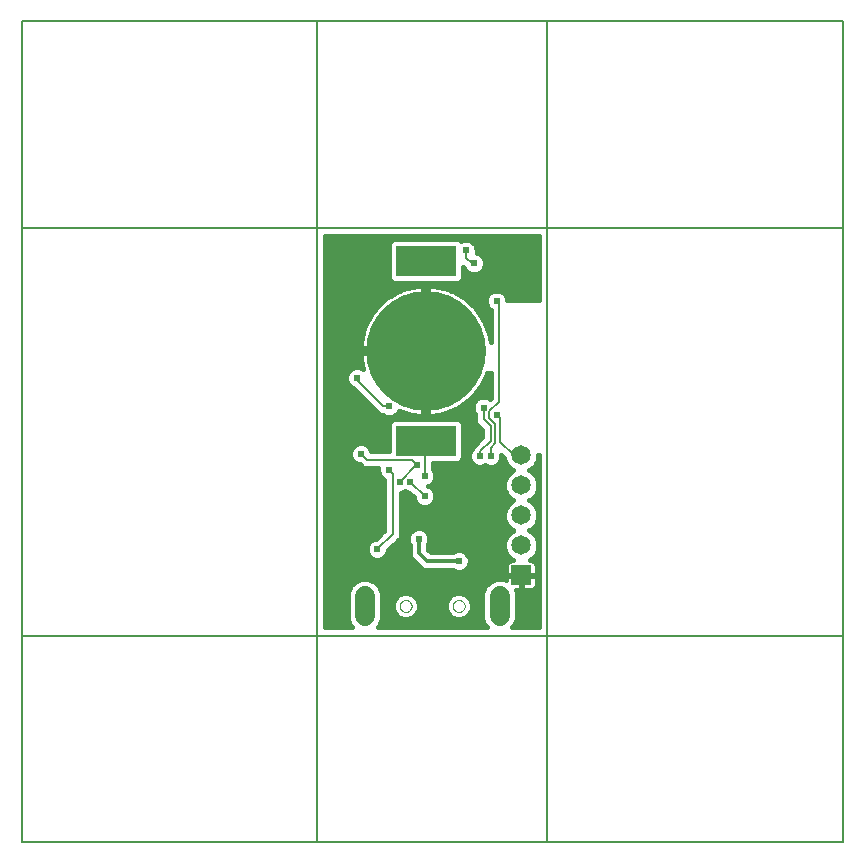
<source format=gbl>
G75*
%MOIN*%
%OFA0B0*%
%FSLAX25Y25*%
%IPPOS*%
%LPD*%
%AMOC8*
5,1,8,0,0,1.08239X$1,22.5*
%
%ADD10C,0.00787*%
%ADD11C,0.06600*%
%ADD12C,0.00000*%
%ADD13C,0.40000*%
%ADD14R,0.20000X0.10000*%
%ADD15R,0.06500X0.06500*%
%ADD16C,0.06500*%
%ADD17C,0.01600*%
%ADD18C,0.02381*%
%ADD19C,0.00800*%
%ADD20C,0.01200*%
D10*
X0001394Y0001394D02*
X0001394Y0275016D01*
X0275016Y0275016D01*
X0275016Y0001394D01*
X0001394Y0001394D01*
X0001394Y0070291D02*
X0275016Y0070291D01*
X0176591Y0001394D02*
X0176591Y0275016D01*
X0099819Y0275016D02*
X0099819Y0001394D01*
X0001394Y0206118D02*
X0275016Y0206118D01*
D11*
X0160646Y0083434D02*
X0160646Y0076834D01*
X0115764Y0076834D02*
X0115764Y0083434D01*
D12*
X0127377Y0080134D02*
X0127379Y0080222D01*
X0127385Y0080310D01*
X0127395Y0080398D01*
X0127409Y0080486D01*
X0127426Y0080572D01*
X0127448Y0080658D01*
X0127473Y0080742D01*
X0127503Y0080826D01*
X0127535Y0080908D01*
X0127572Y0080988D01*
X0127612Y0081067D01*
X0127656Y0081144D01*
X0127703Y0081219D01*
X0127753Y0081291D01*
X0127807Y0081362D01*
X0127863Y0081429D01*
X0127923Y0081495D01*
X0127985Y0081557D01*
X0128051Y0081617D01*
X0128118Y0081673D01*
X0128189Y0081727D01*
X0128261Y0081777D01*
X0128336Y0081824D01*
X0128413Y0081868D01*
X0128492Y0081908D01*
X0128572Y0081945D01*
X0128654Y0081977D01*
X0128738Y0082007D01*
X0128822Y0082032D01*
X0128908Y0082054D01*
X0128994Y0082071D01*
X0129082Y0082085D01*
X0129170Y0082095D01*
X0129258Y0082101D01*
X0129346Y0082103D01*
X0129434Y0082101D01*
X0129522Y0082095D01*
X0129610Y0082085D01*
X0129698Y0082071D01*
X0129784Y0082054D01*
X0129870Y0082032D01*
X0129954Y0082007D01*
X0130038Y0081977D01*
X0130120Y0081945D01*
X0130200Y0081908D01*
X0130279Y0081868D01*
X0130356Y0081824D01*
X0130431Y0081777D01*
X0130503Y0081727D01*
X0130574Y0081673D01*
X0130641Y0081617D01*
X0130707Y0081557D01*
X0130769Y0081495D01*
X0130829Y0081429D01*
X0130885Y0081362D01*
X0130939Y0081291D01*
X0130989Y0081219D01*
X0131036Y0081144D01*
X0131080Y0081067D01*
X0131120Y0080988D01*
X0131157Y0080908D01*
X0131189Y0080826D01*
X0131219Y0080742D01*
X0131244Y0080658D01*
X0131266Y0080572D01*
X0131283Y0080486D01*
X0131297Y0080398D01*
X0131307Y0080310D01*
X0131313Y0080222D01*
X0131315Y0080134D01*
X0131313Y0080046D01*
X0131307Y0079958D01*
X0131297Y0079870D01*
X0131283Y0079782D01*
X0131266Y0079696D01*
X0131244Y0079610D01*
X0131219Y0079526D01*
X0131189Y0079442D01*
X0131157Y0079360D01*
X0131120Y0079280D01*
X0131080Y0079201D01*
X0131036Y0079124D01*
X0130989Y0079049D01*
X0130939Y0078977D01*
X0130885Y0078906D01*
X0130829Y0078839D01*
X0130769Y0078773D01*
X0130707Y0078711D01*
X0130641Y0078651D01*
X0130574Y0078595D01*
X0130503Y0078541D01*
X0130431Y0078491D01*
X0130356Y0078444D01*
X0130279Y0078400D01*
X0130200Y0078360D01*
X0130120Y0078323D01*
X0130038Y0078291D01*
X0129954Y0078261D01*
X0129870Y0078236D01*
X0129784Y0078214D01*
X0129698Y0078197D01*
X0129610Y0078183D01*
X0129522Y0078173D01*
X0129434Y0078167D01*
X0129346Y0078165D01*
X0129258Y0078167D01*
X0129170Y0078173D01*
X0129082Y0078183D01*
X0128994Y0078197D01*
X0128908Y0078214D01*
X0128822Y0078236D01*
X0128738Y0078261D01*
X0128654Y0078291D01*
X0128572Y0078323D01*
X0128492Y0078360D01*
X0128413Y0078400D01*
X0128336Y0078444D01*
X0128261Y0078491D01*
X0128189Y0078541D01*
X0128118Y0078595D01*
X0128051Y0078651D01*
X0127985Y0078711D01*
X0127923Y0078773D01*
X0127863Y0078839D01*
X0127807Y0078906D01*
X0127753Y0078977D01*
X0127703Y0079049D01*
X0127656Y0079124D01*
X0127612Y0079201D01*
X0127572Y0079280D01*
X0127535Y0079360D01*
X0127503Y0079442D01*
X0127473Y0079526D01*
X0127448Y0079610D01*
X0127426Y0079696D01*
X0127409Y0079782D01*
X0127395Y0079870D01*
X0127385Y0079958D01*
X0127379Y0080046D01*
X0127377Y0080134D01*
X0145094Y0080134D02*
X0145096Y0080222D01*
X0145102Y0080310D01*
X0145112Y0080398D01*
X0145126Y0080486D01*
X0145143Y0080572D01*
X0145165Y0080658D01*
X0145190Y0080742D01*
X0145220Y0080826D01*
X0145252Y0080908D01*
X0145289Y0080988D01*
X0145329Y0081067D01*
X0145373Y0081144D01*
X0145420Y0081219D01*
X0145470Y0081291D01*
X0145524Y0081362D01*
X0145580Y0081429D01*
X0145640Y0081495D01*
X0145702Y0081557D01*
X0145768Y0081617D01*
X0145835Y0081673D01*
X0145906Y0081727D01*
X0145978Y0081777D01*
X0146053Y0081824D01*
X0146130Y0081868D01*
X0146209Y0081908D01*
X0146289Y0081945D01*
X0146371Y0081977D01*
X0146455Y0082007D01*
X0146539Y0082032D01*
X0146625Y0082054D01*
X0146711Y0082071D01*
X0146799Y0082085D01*
X0146887Y0082095D01*
X0146975Y0082101D01*
X0147063Y0082103D01*
X0147151Y0082101D01*
X0147239Y0082095D01*
X0147327Y0082085D01*
X0147415Y0082071D01*
X0147501Y0082054D01*
X0147587Y0082032D01*
X0147671Y0082007D01*
X0147755Y0081977D01*
X0147837Y0081945D01*
X0147917Y0081908D01*
X0147996Y0081868D01*
X0148073Y0081824D01*
X0148148Y0081777D01*
X0148220Y0081727D01*
X0148291Y0081673D01*
X0148358Y0081617D01*
X0148424Y0081557D01*
X0148486Y0081495D01*
X0148546Y0081429D01*
X0148602Y0081362D01*
X0148656Y0081291D01*
X0148706Y0081219D01*
X0148753Y0081144D01*
X0148797Y0081067D01*
X0148837Y0080988D01*
X0148874Y0080908D01*
X0148906Y0080826D01*
X0148936Y0080742D01*
X0148961Y0080658D01*
X0148983Y0080572D01*
X0149000Y0080486D01*
X0149014Y0080398D01*
X0149024Y0080310D01*
X0149030Y0080222D01*
X0149032Y0080134D01*
X0149030Y0080046D01*
X0149024Y0079958D01*
X0149014Y0079870D01*
X0149000Y0079782D01*
X0148983Y0079696D01*
X0148961Y0079610D01*
X0148936Y0079526D01*
X0148906Y0079442D01*
X0148874Y0079360D01*
X0148837Y0079280D01*
X0148797Y0079201D01*
X0148753Y0079124D01*
X0148706Y0079049D01*
X0148656Y0078977D01*
X0148602Y0078906D01*
X0148546Y0078839D01*
X0148486Y0078773D01*
X0148424Y0078711D01*
X0148358Y0078651D01*
X0148291Y0078595D01*
X0148220Y0078541D01*
X0148148Y0078491D01*
X0148073Y0078444D01*
X0147996Y0078400D01*
X0147917Y0078360D01*
X0147837Y0078323D01*
X0147755Y0078291D01*
X0147671Y0078261D01*
X0147587Y0078236D01*
X0147501Y0078214D01*
X0147415Y0078197D01*
X0147327Y0078183D01*
X0147239Y0078173D01*
X0147151Y0078167D01*
X0147063Y0078165D01*
X0146975Y0078167D01*
X0146887Y0078173D01*
X0146799Y0078183D01*
X0146711Y0078197D01*
X0146625Y0078214D01*
X0146539Y0078236D01*
X0146455Y0078261D01*
X0146371Y0078291D01*
X0146289Y0078323D01*
X0146209Y0078360D01*
X0146130Y0078400D01*
X0146053Y0078444D01*
X0145978Y0078491D01*
X0145906Y0078541D01*
X0145835Y0078595D01*
X0145768Y0078651D01*
X0145702Y0078711D01*
X0145640Y0078773D01*
X0145580Y0078839D01*
X0145524Y0078906D01*
X0145470Y0078977D01*
X0145420Y0079049D01*
X0145373Y0079124D01*
X0145329Y0079201D01*
X0145289Y0079280D01*
X0145252Y0079360D01*
X0145220Y0079442D01*
X0145190Y0079526D01*
X0145165Y0079610D01*
X0145143Y0079696D01*
X0145126Y0079782D01*
X0145112Y0079870D01*
X0145102Y0079958D01*
X0145096Y0080046D01*
X0145094Y0080134D01*
D13*
X0136039Y0165173D03*
D14*
X0136039Y0135173D03*
X0136039Y0195173D03*
D15*
X0167929Y0090370D03*
D16*
X0167929Y0100370D03*
X0167929Y0110370D03*
X0167929Y0120370D03*
X0167929Y0130370D03*
D17*
X0163139Y0127170D02*
X0164729Y0125580D01*
X0165236Y0125370D01*
X0164729Y0125160D01*
X0163139Y0123571D01*
X0162279Y0121494D01*
X0162279Y0119246D01*
X0163139Y0117170D01*
X0164729Y0115580D01*
X0165236Y0115370D01*
X0164729Y0115160D01*
X0163139Y0113571D01*
X0162279Y0111494D01*
X0162279Y0109246D01*
X0163139Y0107170D01*
X0164729Y0105580D01*
X0165236Y0105370D01*
X0164729Y0105160D01*
X0163139Y0103571D01*
X0162279Y0101494D01*
X0162279Y0099246D01*
X0163139Y0097170D01*
X0164729Y0095580D01*
X0165115Y0095420D01*
X0164442Y0095420D01*
X0163984Y0095297D01*
X0163574Y0095060D01*
X0163239Y0094725D01*
X0163002Y0094315D01*
X0162879Y0093857D01*
X0162879Y0090445D01*
X0167854Y0090445D01*
X0167854Y0090295D01*
X0162879Y0090295D01*
X0162879Y0088678D01*
X0161779Y0089134D01*
X0159512Y0089134D01*
X0157417Y0088266D01*
X0155813Y0086663D01*
X0154946Y0084568D01*
X0154946Y0075700D01*
X0155813Y0073605D01*
X0156333Y0073085D01*
X0120076Y0073085D01*
X0120596Y0073605D01*
X0121464Y0075700D01*
X0121464Y0084568D01*
X0120596Y0086663D01*
X0118993Y0088266D01*
X0116898Y0089134D01*
X0114630Y0089134D01*
X0112535Y0088266D01*
X0110932Y0086663D01*
X0110064Y0084568D01*
X0110064Y0075700D01*
X0110932Y0073605D01*
X0111452Y0073085D01*
X0102613Y0073085D01*
X0102613Y0203324D01*
X0173797Y0203324D01*
X0173797Y0182004D01*
X0163252Y0182004D01*
X0163252Y0182423D01*
X0162705Y0183743D01*
X0161695Y0184753D01*
X0160376Y0185299D01*
X0158947Y0185299D01*
X0157628Y0184753D01*
X0156617Y0183743D01*
X0156071Y0182423D01*
X0156071Y0180994D01*
X0156617Y0179675D01*
X0157628Y0178665D01*
X0157649Y0178656D01*
X0157649Y0168092D01*
X0157437Y0169429D01*
X0157037Y0171095D01*
X0156508Y0172724D01*
X0155852Y0174307D01*
X0155074Y0175833D01*
X0154179Y0177294D01*
X0153172Y0178680D01*
X0152060Y0179982D01*
X0150849Y0181194D01*
X0149546Y0182306D01*
X0148160Y0183313D01*
X0146700Y0184208D01*
X0145173Y0184986D01*
X0143591Y0185642D01*
X0141961Y0186171D01*
X0140296Y0186571D01*
X0138604Y0186839D01*
X0136896Y0186973D01*
X0136839Y0186973D01*
X0136839Y0165973D01*
X0135239Y0165973D01*
X0135239Y0164373D01*
X0114239Y0164373D01*
X0114239Y0164317D01*
X0114374Y0162609D01*
X0114642Y0160917D01*
X0115042Y0159251D01*
X0115045Y0159242D01*
X0113919Y0159709D01*
X0112491Y0159709D01*
X0111171Y0159162D01*
X0110161Y0158152D01*
X0109614Y0156832D01*
X0109614Y0155404D01*
X0110161Y0154084D01*
X0111171Y0153074D01*
X0111735Y0152840D01*
X0119492Y0145083D01*
X0120280Y0144296D01*
X0121309Y0143869D01*
X0121557Y0143869D01*
X0121801Y0143625D01*
X0123120Y0143079D01*
X0124549Y0143079D01*
X0125869Y0143625D01*
X0126879Y0144635D01*
X0127139Y0145264D01*
X0128488Y0144705D01*
X0130117Y0144176D01*
X0131783Y0143776D01*
X0133475Y0143508D01*
X0135183Y0143373D01*
X0135239Y0143373D01*
X0135239Y0164373D01*
X0136839Y0164373D01*
X0136839Y0143373D01*
X0136896Y0143373D01*
X0138604Y0143508D01*
X0140296Y0143776D01*
X0141961Y0144176D01*
X0143591Y0144705D01*
X0145173Y0145360D01*
X0146700Y0146138D01*
X0148160Y0147033D01*
X0149546Y0148040D01*
X0150849Y0149153D01*
X0152060Y0150364D01*
X0153172Y0151667D01*
X0154179Y0153052D01*
X0155074Y0154513D01*
X0155852Y0156039D01*
X0156508Y0157622D01*
X0156518Y0157654D01*
X0157649Y0157654D01*
X0157649Y0149404D01*
X0157465Y0149220D01*
X0157365Y0149320D01*
X0156045Y0149866D01*
X0154616Y0149866D01*
X0153297Y0149320D01*
X0152287Y0148309D01*
X0151740Y0146990D01*
X0151740Y0145561D01*
X0152287Y0144242D01*
X0152531Y0143998D01*
X0152531Y0141782D01*
X0152957Y0140753D01*
X0153745Y0139965D01*
X0154893Y0138817D01*
X0154893Y0136412D01*
X0151776Y0133295D01*
X0151453Y0132515D01*
X0151106Y0132168D01*
X0150559Y0130848D01*
X0150559Y0129420D01*
X0151106Y0128100D01*
X0152116Y0127090D01*
X0153435Y0126543D01*
X0154864Y0126543D01*
X0155921Y0126981D01*
X0156979Y0126543D01*
X0158407Y0126543D01*
X0159727Y0127090D01*
X0160737Y0128100D01*
X0161283Y0129420D01*
X0161283Y0130458D01*
X0162279Y0129462D01*
X0162279Y0129246D01*
X0163139Y0127170D01*
X0162929Y0127676D02*
X0160313Y0127676D01*
X0161223Y0129275D02*
X0162279Y0129275D01*
X0164231Y0126078D02*
X0138446Y0126078D01*
X0138446Y0125719D02*
X0138446Y0127773D01*
X0146517Y0127773D01*
X0147399Y0128139D01*
X0148074Y0128814D01*
X0148439Y0129696D01*
X0148439Y0140651D01*
X0148074Y0141533D01*
X0147399Y0142208D01*
X0146517Y0142573D01*
X0125562Y0142573D01*
X0124680Y0142208D01*
X0124005Y0141533D01*
X0123639Y0140651D01*
X0123639Y0131753D01*
X0117928Y0131753D01*
X0117430Y0132955D01*
X0116420Y0133965D01*
X0115100Y0134512D01*
X0113672Y0134512D01*
X0112352Y0133965D01*
X0111342Y0132955D01*
X0110795Y0131635D01*
X0110795Y0130207D01*
X0111342Y0128887D01*
X0112352Y0127877D01*
X0113672Y0127331D01*
X0114017Y0127331D01*
X0114768Y0126579D01*
X0115797Y0126153D01*
X0120256Y0126153D01*
X0120244Y0126124D01*
X0120244Y0124695D01*
X0120791Y0123376D01*
X0121801Y0122366D01*
X0122216Y0122194D01*
X0122216Y0105309D01*
X0119528Y0102622D01*
X0119183Y0102622D01*
X0117864Y0102075D01*
X0116854Y0101065D01*
X0116307Y0099746D01*
X0116307Y0098317D01*
X0116854Y0096998D01*
X0117864Y0095988D01*
X0119183Y0095441D01*
X0120612Y0095441D01*
X0121932Y0095988D01*
X0122942Y0096998D01*
X0123488Y0098317D01*
X0123488Y0098662D01*
X0127389Y0102564D01*
X0127816Y0103593D01*
X0127816Y0117882D01*
X0128092Y0117882D01*
X0129150Y0118320D01*
X0130207Y0117882D01*
X0130552Y0117882D01*
X0132055Y0116379D01*
X0132055Y0116034D01*
X0132602Y0114714D01*
X0133612Y0113704D01*
X0134931Y0113157D01*
X0136360Y0113157D01*
X0137680Y0113704D01*
X0138690Y0114714D01*
X0139236Y0116034D01*
X0139236Y0117462D01*
X0138690Y0118782D01*
X0137680Y0119792D01*
X0136949Y0120094D01*
X0137680Y0120397D01*
X0138690Y0121407D01*
X0139236Y0122727D01*
X0139236Y0124155D01*
X0138690Y0125475D01*
X0138446Y0125719D01*
X0139102Y0124479D02*
X0164048Y0124479D01*
X0162854Y0122881D02*
X0139236Y0122881D01*
X0138565Y0121282D02*
X0162279Y0121282D01*
X0162279Y0119684D02*
X0137788Y0119684D01*
X0138978Y0118085D02*
X0162760Y0118085D01*
X0163822Y0116487D02*
X0139236Y0116487D01*
X0138762Y0114888D02*
X0164457Y0114888D01*
X0163023Y0113289D02*
X0136679Y0113289D01*
X0134613Y0113289D02*
X0127816Y0113289D01*
X0127816Y0111691D02*
X0162361Y0111691D01*
X0162279Y0110092D02*
X0127816Y0110092D01*
X0127816Y0108494D02*
X0162591Y0108494D01*
X0163413Y0106895D02*
X0127816Y0106895D01*
X0127816Y0105297D02*
X0131321Y0105297D01*
X0131643Y0105619D02*
X0130633Y0104609D01*
X0130087Y0103289D01*
X0130087Y0101861D01*
X0130633Y0100541D01*
X0130677Y0100497D01*
X0130677Y0097254D01*
X0131134Y0096151D01*
X0134734Y0092551D01*
X0135836Y0092094D01*
X0144985Y0092094D01*
X0145029Y0092051D01*
X0146349Y0091504D01*
X0147777Y0091504D01*
X0149097Y0092051D01*
X0150107Y0093061D01*
X0150654Y0094380D01*
X0150654Y0095809D01*
X0150107Y0097128D01*
X0149097Y0098138D01*
X0147777Y0098685D01*
X0146349Y0098685D01*
X0145029Y0098138D01*
X0144985Y0098094D01*
X0137676Y0098094D01*
X0136677Y0099093D01*
X0136677Y0100497D01*
X0136721Y0100541D01*
X0137268Y0101861D01*
X0137268Y0103289D01*
X0136721Y0104609D01*
X0135711Y0105619D01*
X0134391Y0106165D01*
X0132963Y0106165D01*
X0131643Y0105619D01*
X0130256Y0103698D02*
X0127816Y0103698D01*
X0126926Y0102100D02*
X0130087Y0102100D01*
X0130673Y0100501D02*
X0125327Y0100501D01*
X0123729Y0098903D02*
X0130677Y0098903D01*
X0130677Y0097304D02*
X0123069Y0097304D01*
X0121251Y0095706D02*
X0131579Y0095706D01*
X0133178Y0094107D02*
X0102613Y0094107D01*
X0102613Y0092509D02*
X0134836Y0092509D01*
X0136867Y0098903D02*
X0162421Y0098903D01*
X0162279Y0100501D02*
X0136682Y0100501D01*
X0137268Y0102100D02*
X0162530Y0102100D01*
X0163267Y0103698D02*
X0137098Y0103698D01*
X0136033Y0105297D02*
X0165060Y0105297D01*
X0170622Y0105370D02*
X0171130Y0105580D01*
X0172719Y0107170D01*
X0173579Y0109246D01*
X0173579Y0111494D01*
X0172719Y0113571D01*
X0171130Y0115160D01*
X0170622Y0115370D01*
X0171130Y0115580D01*
X0172719Y0117170D01*
X0173579Y0119246D01*
X0173579Y0121494D01*
X0172719Y0123571D01*
X0171130Y0125160D01*
X0170622Y0125370D01*
X0171130Y0125580D01*
X0172719Y0127170D01*
X0173579Y0129246D01*
X0173579Y0130547D01*
X0173797Y0130547D01*
X0173797Y0073085D01*
X0164958Y0073085D01*
X0165478Y0073605D01*
X0166346Y0075700D01*
X0166346Y0084568D01*
X0166034Y0085320D01*
X0167854Y0085320D01*
X0167854Y0090295D01*
X0168004Y0090295D01*
X0168004Y0085320D01*
X0171416Y0085320D01*
X0171874Y0085443D01*
X0172284Y0085680D01*
X0172619Y0086015D01*
X0172856Y0086425D01*
X0172979Y0086883D01*
X0172979Y0090295D01*
X0168004Y0090295D01*
X0168004Y0090445D01*
X0172979Y0090445D01*
X0172979Y0093857D01*
X0172856Y0094315D01*
X0172619Y0094725D01*
X0172284Y0095060D01*
X0171874Y0095297D01*
X0171416Y0095420D01*
X0170743Y0095420D01*
X0171130Y0095580D01*
X0172719Y0097170D01*
X0173579Y0099246D01*
X0173579Y0101494D01*
X0172719Y0103571D01*
X0171130Y0105160D01*
X0170622Y0105370D01*
X0170799Y0105297D02*
X0173797Y0105297D01*
X0173797Y0106895D02*
X0172445Y0106895D01*
X0173268Y0108494D02*
X0173797Y0108494D01*
X0173797Y0110092D02*
X0173579Y0110092D01*
X0173498Y0111691D02*
X0173797Y0111691D01*
X0173797Y0113289D02*
X0172835Y0113289D01*
X0173797Y0114888D02*
X0171401Y0114888D01*
X0172036Y0116487D02*
X0173797Y0116487D01*
X0173797Y0118085D02*
X0173098Y0118085D01*
X0173579Y0119684D02*
X0173797Y0119684D01*
X0173797Y0121282D02*
X0173579Y0121282D01*
X0173797Y0122881D02*
X0173005Y0122881D01*
X0173797Y0124479D02*
X0171810Y0124479D01*
X0171627Y0126078D02*
X0173797Y0126078D01*
X0173797Y0127676D02*
X0172929Y0127676D01*
X0173579Y0129275D02*
X0173797Y0129275D01*
X0154893Y0137267D02*
X0148439Y0137267D01*
X0148439Y0135669D02*
X0154150Y0135669D01*
X0152551Y0134070D02*
X0148439Y0134070D01*
X0148439Y0132472D02*
X0151410Y0132472D01*
X0150569Y0130873D02*
X0148439Y0130873D01*
X0148265Y0129275D02*
X0150619Y0129275D01*
X0151530Y0127676D02*
X0138446Y0127676D01*
X0131947Y0116487D02*
X0127816Y0116487D01*
X0127816Y0114888D02*
X0132530Y0114888D01*
X0129717Y0118085D02*
X0128583Y0118085D01*
X0122216Y0118085D02*
X0102613Y0118085D01*
X0102613Y0116487D02*
X0122216Y0116487D01*
X0122216Y0114888D02*
X0102613Y0114888D01*
X0102613Y0113289D02*
X0122216Y0113289D01*
X0122216Y0111691D02*
X0102613Y0111691D01*
X0102613Y0110092D02*
X0122216Y0110092D01*
X0122216Y0108494D02*
X0102613Y0108494D01*
X0102613Y0106895D02*
X0122216Y0106895D01*
X0122203Y0105297D02*
X0102613Y0105297D01*
X0102613Y0103698D02*
X0120605Y0103698D01*
X0117923Y0102100D02*
X0102613Y0102100D01*
X0102613Y0100501D02*
X0116620Y0100501D01*
X0116307Y0098903D02*
X0102613Y0098903D01*
X0102613Y0097304D02*
X0116727Y0097304D01*
X0118544Y0095706D02*
X0102613Y0095706D01*
X0102613Y0090910D02*
X0162879Y0090910D01*
X0162879Y0089312D02*
X0102613Y0089312D01*
X0102613Y0087713D02*
X0111982Y0087713D01*
X0110705Y0086115D02*
X0102613Y0086115D01*
X0102613Y0084516D02*
X0110064Y0084516D01*
X0110064Y0082918D02*
X0102613Y0082918D01*
X0102613Y0081319D02*
X0110064Y0081319D01*
X0110064Y0079721D02*
X0102613Y0079721D01*
X0102613Y0078122D02*
X0110064Y0078122D01*
X0110064Y0076524D02*
X0102613Y0076524D01*
X0102613Y0074925D02*
X0110385Y0074925D01*
X0111210Y0073327D02*
X0102613Y0073327D01*
X0120318Y0073327D02*
X0156092Y0073327D01*
X0155267Y0074925D02*
X0121143Y0074925D01*
X0121464Y0076524D02*
X0126779Y0076524D01*
X0126872Y0076430D02*
X0128477Y0075765D01*
X0130215Y0075765D01*
X0131821Y0076430D01*
X0133050Y0077659D01*
X0133715Y0079265D01*
X0133715Y0081003D01*
X0133050Y0082608D01*
X0131821Y0083837D01*
X0130215Y0084502D01*
X0128477Y0084502D01*
X0126872Y0083837D01*
X0125643Y0082608D01*
X0124978Y0081003D01*
X0124978Y0079265D01*
X0125643Y0077659D01*
X0126872Y0076430D01*
X0125451Y0078122D02*
X0121464Y0078122D01*
X0121464Y0079721D02*
X0124978Y0079721D01*
X0125109Y0081319D02*
X0121464Y0081319D01*
X0121464Y0082918D02*
X0125952Y0082918D01*
X0121464Y0084516D02*
X0154946Y0084516D01*
X0154946Y0082918D02*
X0150457Y0082918D01*
X0150766Y0082608D02*
X0149538Y0083837D01*
X0147932Y0084502D01*
X0146194Y0084502D01*
X0144588Y0083837D01*
X0143360Y0082608D01*
X0142694Y0081003D01*
X0142694Y0079265D01*
X0143360Y0077659D01*
X0144588Y0076430D01*
X0146194Y0075765D01*
X0147932Y0075765D01*
X0149538Y0076430D01*
X0150766Y0077659D01*
X0151431Y0079265D01*
X0151431Y0081003D01*
X0150766Y0082608D01*
X0151300Y0081319D02*
X0154946Y0081319D01*
X0154946Y0079721D02*
X0151431Y0079721D01*
X0150958Y0078122D02*
X0154946Y0078122D01*
X0154946Y0076524D02*
X0149631Y0076524D01*
X0144495Y0076524D02*
X0131914Y0076524D01*
X0133242Y0078122D02*
X0143168Y0078122D01*
X0142694Y0079721D02*
X0133715Y0079721D01*
X0133584Y0081319D02*
X0142826Y0081319D01*
X0143669Y0082918D02*
X0132741Y0082918D01*
X0120823Y0086115D02*
X0155587Y0086115D01*
X0156864Y0087713D02*
X0119545Y0087713D01*
X0149555Y0092509D02*
X0162879Y0092509D01*
X0162946Y0094107D02*
X0150540Y0094107D01*
X0150654Y0095706D02*
X0164603Y0095706D01*
X0163083Y0097304D02*
X0149931Y0097304D01*
X0167854Y0089312D02*
X0168004Y0089312D01*
X0168004Y0087713D02*
X0167854Y0087713D01*
X0167854Y0086115D02*
X0168004Y0086115D01*
X0166346Y0084516D02*
X0173797Y0084516D01*
X0173797Y0082918D02*
X0166346Y0082918D01*
X0166346Y0081319D02*
X0173797Y0081319D01*
X0173797Y0079721D02*
X0166346Y0079721D01*
X0166346Y0078122D02*
X0173797Y0078122D01*
X0173797Y0076524D02*
X0166346Y0076524D01*
X0166025Y0074925D02*
X0173797Y0074925D01*
X0173797Y0073327D02*
X0165200Y0073327D01*
X0172677Y0086115D02*
X0173797Y0086115D01*
X0173797Y0087713D02*
X0172979Y0087713D01*
X0172979Y0089312D02*
X0173797Y0089312D01*
X0173797Y0090910D02*
X0172979Y0090910D01*
X0172979Y0092509D02*
X0173797Y0092509D01*
X0173797Y0094107D02*
X0172912Y0094107D01*
X0173797Y0095706D02*
X0171255Y0095706D01*
X0172775Y0097304D02*
X0173797Y0097304D01*
X0173797Y0098903D02*
X0173437Y0098903D01*
X0173579Y0100501D02*
X0173797Y0100501D01*
X0173797Y0102100D02*
X0173328Y0102100D01*
X0173797Y0103698D02*
X0172591Y0103698D01*
X0154844Y0138866D02*
X0148439Y0138866D01*
X0148439Y0140464D02*
X0153245Y0140464D01*
X0153745Y0139965D02*
X0153745Y0139965D01*
X0152531Y0142063D02*
X0147544Y0142063D01*
X0144930Y0145260D02*
X0151865Y0145260D01*
X0151740Y0146858D02*
X0147875Y0146858D01*
X0150034Y0148457D02*
X0152434Y0148457D01*
X0151751Y0150055D02*
X0157649Y0150055D01*
X0157649Y0151654D02*
X0153162Y0151654D01*
X0154302Y0153252D02*
X0157649Y0153252D01*
X0157649Y0154851D02*
X0155247Y0154851D01*
X0156022Y0156449D02*
X0157649Y0156449D01*
X0157649Y0169237D02*
X0157467Y0169237D01*
X0157649Y0170836D02*
X0157099Y0170836D01*
X0156602Y0172434D02*
X0157649Y0172434D01*
X0157649Y0174033D02*
X0155966Y0174033D01*
X0155177Y0175631D02*
X0157649Y0175631D01*
X0157649Y0177230D02*
X0154219Y0177230D01*
X0153046Y0178828D02*
X0157464Y0178828D01*
X0156306Y0180427D02*
X0151615Y0180427D01*
X0149875Y0182025D02*
X0156071Y0182025D01*
X0156568Y0183624D02*
X0147653Y0183624D01*
X0144602Y0185223D02*
X0158762Y0185223D01*
X0160561Y0185223D02*
X0173797Y0185223D01*
X0173797Y0186821D02*
X0138716Y0186821D01*
X0136839Y0186821D02*
X0135239Y0186821D01*
X0135239Y0186973D02*
X0135183Y0186973D01*
X0133475Y0186839D01*
X0131783Y0186571D01*
X0130117Y0186171D01*
X0128488Y0185642D01*
X0126906Y0184986D01*
X0125379Y0184208D01*
X0123919Y0183313D01*
X0122533Y0182306D01*
X0121230Y0181194D01*
X0120019Y0179982D01*
X0118906Y0178680D01*
X0117899Y0177294D01*
X0117004Y0175833D01*
X0116227Y0174307D01*
X0115571Y0172724D01*
X0115042Y0171095D01*
X0114642Y0169429D01*
X0114374Y0167738D01*
X0114239Y0166030D01*
X0114239Y0165973D01*
X0135239Y0165973D01*
X0135239Y0186973D01*
X0135239Y0185223D02*
X0136839Y0185223D01*
X0136839Y0183624D02*
X0135239Y0183624D01*
X0135239Y0182025D02*
X0136839Y0182025D01*
X0136839Y0180427D02*
X0135239Y0180427D01*
X0135239Y0178828D02*
X0136839Y0178828D01*
X0136839Y0177230D02*
X0135239Y0177230D01*
X0135239Y0175631D02*
X0136839Y0175631D01*
X0136839Y0174033D02*
X0135239Y0174033D01*
X0135239Y0172434D02*
X0136839Y0172434D01*
X0136839Y0170836D02*
X0135239Y0170836D01*
X0135239Y0169237D02*
X0136839Y0169237D01*
X0136839Y0167639D02*
X0135239Y0167639D01*
X0135239Y0166040D02*
X0136839Y0166040D01*
X0135239Y0164442D02*
X0102613Y0164442D01*
X0102613Y0166040D02*
X0114240Y0166040D01*
X0114366Y0167639D02*
X0102613Y0167639D01*
X0102613Y0169237D02*
X0114611Y0169237D01*
X0114979Y0170836D02*
X0102613Y0170836D01*
X0102613Y0172434D02*
X0115477Y0172434D01*
X0116113Y0174033D02*
X0102613Y0174033D01*
X0102613Y0175631D02*
X0116901Y0175631D01*
X0117860Y0177230D02*
X0102613Y0177230D01*
X0102613Y0178828D02*
X0119033Y0178828D01*
X0120463Y0180427D02*
X0102613Y0180427D01*
X0102613Y0182025D02*
X0122204Y0182025D01*
X0124426Y0183624D02*
X0102613Y0183624D01*
X0102613Y0185223D02*
X0127476Y0185223D01*
X0125562Y0187773D02*
X0124680Y0188139D01*
X0124005Y0188814D01*
X0123639Y0189696D01*
X0123639Y0200651D01*
X0124005Y0201533D01*
X0124680Y0202208D01*
X0125562Y0202573D01*
X0146517Y0202573D01*
X0147399Y0202208D01*
X0147769Y0201838D01*
X0148711Y0202228D01*
X0150139Y0202228D01*
X0151459Y0201682D01*
X0152469Y0200672D01*
X0153016Y0199352D01*
X0153016Y0197924D01*
X0152989Y0197859D01*
X0154215Y0197351D01*
X0155225Y0196341D01*
X0155772Y0195021D01*
X0155772Y0193593D01*
X0155225Y0192273D01*
X0154215Y0191263D01*
X0152895Y0190717D01*
X0151467Y0190717D01*
X0150147Y0191263D01*
X0149137Y0192273D01*
X0148903Y0192838D01*
X0148439Y0193302D01*
X0148439Y0189696D01*
X0148074Y0188814D01*
X0147399Y0188139D01*
X0146517Y0187773D01*
X0125562Y0187773D01*
X0124399Y0188420D02*
X0102613Y0188420D01*
X0102613Y0190018D02*
X0123639Y0190018D01*
X0123639Y0191617D02*
X0102613Y0191617D01*
X0102613Y0193215D02*
X0123639Y0193215D01*
X0123639Y0194814D02*
X0102613Y0194814D01*
X0102613Y0196412D02*
X0123639Y0196412D01*
X0123639Y0198011D02*
X0102613Y0198011D01*
X0102613Y0199609D02*
X0123639Y0199609D01*
X0123870Y0201208D02*
X0102613Y0201208D01*
X0102613Y0202806D02*
X0173797Y0202806D01*
X0173797Y0201208D02*
X0151933Y0201208D01*
X0152909Y0199609D02*
X0173797Y0199609D01*
X0173797Y0198011D02*
X0153016Y0198011D01*
X0155154Y0196412D02*
X0173797Y0196412D01*
X0173797Y0194814D02*
X0155772Y0194814D01*
X0155615Y0193215D02*
X0173797Y0193215D01*
X0173797Y0191617D02*
X0154568Y0191617D01*
X0149794Y0191617D02*
X0148439Y0191617D01*
X0148439Y0193215D02*
X0148526Y0193215D01*
X0148439Y0190018D02*
X0173797Y0190018D01*
X0173797Y0188420D02*
X0147680Y0188420D01*
X0133363Y0186821D02*
X0102613Y0186821D01*
X0102613Y0162843D02*
X0114355Y0162843D01*
X0114590Y0161245D02*
X0102613Y0161245D01*
X0102613Y0159646D02*
X0112340Y0159646D01*
X0114069Y0159646D02*
X0114947Y0159646D01*
X0110118Y0158048D02*
X0102613Y0158048D01*
X0102613Y0156449D02*
X0109614Y0156449D01*
X0109843Y0154851D02*
X0102613Y0154851D01*
X0102613Y0153252D02*
X0110993Y0153252D01*
X0112922Y0151654D02*
X0102613Y0151654D01*
X0102613Y0150055D02*
X0114520Y0150055D01*
X0116119Y0148457D02*
X0102613Y0148457D01*
X0102613Y0146858D02*
X0117717Y0146858D01*
X0119316Y0145260D02*
X0102613Y0145260D01*
X0102613Y0143661D02*
X0121765Y0143661D01*
X0124535Y0142063D02*
X0102613Y0142063D01*
X0102613Y0140464D02*
X0123639Y0140464D01*
X0123639Y0138866D02*
X0102613Y0138866D01*
X0102613Y0137267D02*
X0123639Y0137267D01*
X0123639Y0135669D02*
X0102613Y0135669D01*
X0102613Y0134070D02*
X0112605Y0134070D01*
X0111142Y0132472D02*
X0102613Y0132472D01*
X0102613Y0130873D02*
X0110795Y0130873D01*
X0111181Y0129275D02*
X0102613Y0129275D01*
X0102613Y0127676D02*
X0112838Y0127676D01*
X0117630Y0132472D02*
X0123639Y0132472D01*
X0123639Y0134070D02*
X0116166Y0134070D01*
X0120244Y0126078D02*
X0102613Y0126078D01*
X0102613Y0124479D02*
X0120334Y0124479D01*
X0121286Y0122881D02*
X0102613Y0122881D01*
X0102613Y0121282D02*
X0122216Y0121282D01*
X0122216Y0119684D02*
X0102613Y0119684D01*
X0125904Y0143661D02*
X0132505Y0143661D01*
X0135239Y0143661D02*
X0136839Y0143661D01*
X0136839Y0145260D02*
X0135239Y0145260D01*
X0135239Y0146858D02*
X0136839Y0146858D01*
X0136839Y0148457D02*
X0135239Y0148457D01*
X0135239Y0150055D02*
X0136839Y0150055D01*
X0136839Y0151654D02*
X0135239Y0151654D01*
X0135239Y0153252D02*
X0136839Y0153252D01*
X0136839Y0154851D02*
X0135239Y0154851D01*
X0135239Y0156449D02*
X0136839Y0156449D01*
X0136839Y0158048D02*
X0135239Y0158048D01*
X0135239Y0159646D02*
X0136839Y0159646D01*
X0136839Y0161245D02*
X0135239Y0161245D01*
X0135239Y0162843D02*
X0136839Y0162843D01*
X0127149Y0145260D02*
X0127137Y0145260D01*
X0139573Y0143661D02*
X0152531Y0143661D01*
X0163252Y0182025D02*
X0173797Y0182025D01*
X0173797Y0183624D02*
X0162754Y0183624D01*
D18*
X0159661Y0181709D03*
X0152181Y0194307D03*
X0149425Y0198638D03*
X0156118Y0202969D03*
X0173441Y0202969D03*
X0138205Y0202969D03*
X0120685Y0202969D03*
X0102969Y0202969D03*
X0102969Y0176984D03*
X0102969Y0167142D03*
X0113205Y0156118D03*
X0102969Y0146276D03*
X0102969Y0135252D03*
X0102969Y0125016D03*
X0102969Y0114780D03*
X0102969Y0104937D03*
X0102969Y0095094D03*
X0102969Y0084465D03*
X0102969Y0073441D03*
X0121472Y0073441D03*
X0138205Y0073441D03*
X0154937Y0073441D03*
X0173441Y0073441D03*
X0173441Y0084465D03*
X0173441Y0095094D03*
X0173441Y0104937D03*
X0173441Y0114780D03*
X0173441Y0125016D03*
X0157693Y0130134D03*
X0154150Y0130134D03*
X0159661Y0143913D03*
X0155331Y0146276D03*
X0157299Y0149819D03*
X0133283Y0126984D03*
X0135646Y0123441D03*
X0130921Y0121472D03*
X0127378Y0121472D03*
X0129346Y0117535D03*
X0135646Y0116748D03*
X0147850Y0114386D03*
X0159661Y0108480D03*
X0147063Y0095094D03*
X0133677Y0102575D03*
X0119898Y0099031D03*
X0123835Y0125409D03*
X0118717Y0133677D03*
X0114386Y0130921D03*
X0123835Y0146669D03*
D19*
X0121866Y0146669D01*
X0113205Y0155331D01*
X0113205Y0156118D01*
X0114386Y0130921D02*
X0116354Y0128953D01*
X0131315Y0128953D01*
X0133283Y0126984D01*
X0132890Y0126984D01*
X0127378Y0121472D01*
X0130921Y0121472D02*
X0135646Y0116748D01*
X0135646Y0123441D02*
X0135646Y0134982D01*
X0136039Y0135173D01*
X0125016Y0124228D02*
X0125016Y0104150D01*
X0119898Y0099031D01*
X0125016Y0124228D02*
X0123835Y0125409D01*
X0154150Y0130134D02*
X0154150Y0131709D01*
X0157693Y0135252D01*
X0157693Y0139976D01*
X0155331Y0142339D01*
X0155331Y0146276D01*
X0157299Y0145094D02*
X0160449Y0148244D01*
X0160449Y0180921D01*
X0159661Y0181709D01*
X0152181Y0194307D02*
X0151394Y0194307D01*
X0149425Y0196276D01*
X0149425Y0198638D01*
X0157299Y0145094D02*
X0157299Y0142732D01*
X0159268Y0140764D01*
X0159268Y0134465D01*
X0157693Y0132890D01*
X0157693Y0130134D01*
X0160843Y0134858D02*
X0165331Y0130370D01*
X0167929Y0130370D01*
X0160843Y0134858D02*
X0160843Y0142732D01*
X0159661Y0143913D01*
D20*
X0133677Y0102575D02*
X0133677Y0097850D01*
X0136433Y0095094D01*
X0147063Y0095094D01*
M02*

</source>
